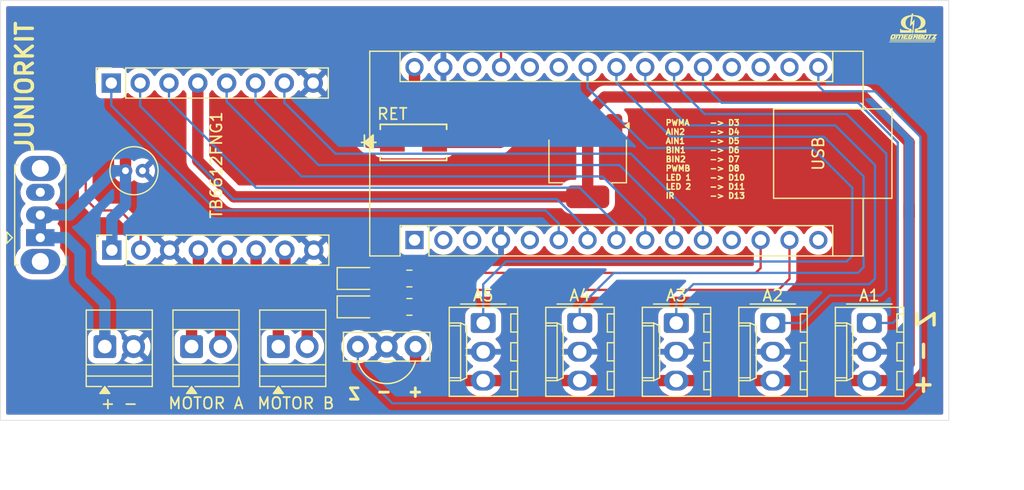
<source format=kicad_pcb>
(kicad_pcb (version 20241229) (generator "pcbnew") (generator_version "9.0")
  (layers (0 "F.Cu" signal) (2 "B.Cu" signal) (13 "F.Paste" user) (15 "B.Paste" user) (5 "F.SilkS" user "F.Silkscreen") (7 "B.SilkS" user "B.Silkscreen") (1 "F.Mask" user) (3 "B.Mask" user) (25 "Edge.Cuts" user))
  (net 0 "")
  (net 1 "/S_A1")
  (net 2 "GND")
  (net 3 "/S_A2")
  (net 4 "/S_A3")
  (net 5 "/S_A4")
  (net 6 "/S_A5")
  (net 9 "/LED1")
  (net 18 "/LED2")
  (net 21 "/IR_SIGNAL")
  (net 22 "/B_GND")
  (net 23 "/A_GND")
  (net 24 "/BATT_VCC")
  (net 25 "/B_VCC")
  (net 26 "/A_VCC")
  (net 27 "/VCC")
  (net 28 "/BIN2")
  (net 29 "/AIN1")
  (net 30 "/V_REG")
  (net 31 "/BIN1")
  (net 32 "/PWMA")
  (net 33 "/AIN2")
  (net 34 "/PWMB")
  (net 36 "Net-(D10-A)")
  (net 37 "Net-(D11-A)")
  (footprint "LED_SMD:LED_0805_2012Metric_Pad1.15x1.40mm_HandSolder" (layer "F.Cu") (at 139 79.5)
    (property "Reference" "D10" (hide yes))
    (property "Value" "LED" (hide yes))
  )
  (footprint "TerminalBlock:TerminalBlock_Xinya_XY308-2.54-2P_1x02_P2.54mm_Horizontal" (layer "F.Cu") (at 124.32 85.5)
    (property "Reference" "MOTOR A")
    (property "Value" "Screw_Terminal_01x02" (hide yes))
  )
  (footprint "Resistor_SMD:R_0805_2012Metric" (layer "F.Cu") (at 143.5 82)
    (property "Reference" "R2" (hide yes))
    (property "Value" "220R" (hide yes))
  )
  (footprint "Connector_Molex:Molex_KK-254_AE-6410-03A_1x03_P2.54mm_Vertical" (layer "F.Cu") (at 184 83.42 -90)
    (property "Reference" "A1")
    (property "Value" "Conn_01x03_Pin" (hide yes))
  )
  (footprint "TerminalBlock:TerminalBlock_Xinya_XY308-2.54-2P_1x02_P2.54mm_Horizontal" (layer "F.Cu") (at 131.96 85.5)
    (property "Reference" "MOTOR B")
    (property "Value" "Screw_Terminal_01x02" (hide yes))
  )
  (footprint "Button_Switch_THT:SW_Slide_SPDT_Straight_CK_OS102011MS2Q" (layer "F.Cu") (at 111 75.9 90)
    (property "Reference" "SW1" (hide yes))
    (property "Value" "SW_CK_OS102011MS2Q" (hide yes))
  )
  (footprint "Connector_Molex:Molex_KK-254_AE-6410-03A_1x03_P2.54mm_Vertical" (layer "F.Cu") (at 175.5 83.42 -90)
    (property "Reference" "A2")
    (property "Value" "Conn_01x03_Pin" (hide yes))
  )
  (footprint "Module:Arduino_Nano" (layer "F.Cu") (at 143.95 76.11 90)
    (property "Reference" "ARDUINO1" (hide yes))
    (property "Value" "Arduino_Nano_v3.x" (hide yes))
  )
  (footprint "Resistor_SMD:R_0805_2012Metric" (layer "F.Cu") (at 143.5 79.5)
    (property "Reference" "R1" (hide yes))
    (property "Value" "220R" (hide yes))
  )
  (footprint "TSOP1838:TSOP1838" (layer "F.Cu") (at 141.5 85.50841)
    (property "Reference" "U1" (hide yes))
    (property "Value" "TSOP1838" (hide yes))
  )
  (footprint "My_TB6612FNG:Socket_TB6612FNG" (layer "F.Cu") (at 117.3 77 90)
    (property "Reference" "TB6612FNG1")
    (property "Value" "~" (hide yes))
  )
  (footprint "Connector_Molex:Molex_KK-254_AE-6410-03A_1x03_P2.54mm_Vertical" (layer "F.Cu") (at 158.5 83.42 -90)
    (property "Reference" "A4")
    (property "Value" "Conn_01x03_Pin" (hide yes))
  )
  (footprint "TerminalBlock:TerminalBlock_Xinya_XY308-2.54-2P_1x02_P2.54mm_Horizontal" (layer "F.Cu") (at 116.68 85.5)
    (property "Reference" "+ -")
    (property "Value" "Screw_Terminal_01x02" (hide yes))
  )
  (footprint "US1M:SMA_DIO" (layer "F.Cu") (at 143.8572 67.5)
    (property "Reference" "RET")
    (property "Value" "US1M-13-F" (hide yes))
  )
  (footprint "Connector_Molex:Molex_KK-254_AE-6410-03A_1x03_P2.54mm_Vertical" (layer "F.Cu") (at 150 83.42 -90)
    (property "Reference" "A5")
    (property "Value" "Conn_01x03_Pin" (hide yes))
  )
  (footprint "Capacitor_THT:C_Radial_D4.0mm_H5.0mm_P1.50mm" (layer "F.Cu") (at 118.5 70)
    (property "Reference" "C1" (hide yes))
    (property "Value" "C_US" (hide yes))
  )
  (footprint "LED_SMD:LED_0805_2012Metric_Pad1.15x1.40mm_HandSolder" (layer "F.Cu") (at 139 82)
    (property "Reference" "D11" (hide yes))
    (property "Value" "LED" (hide yes))
  )
  (footprint "Connector_Molex:Molex_KK-254_AE-6410-03A_1x03_P2.54mm_Vertical" (layer "F.Cu") (at 167 83.42 -90)
    (property "Reference" "A3")
    (property "Value" "Conn_01x03_Pin" (hide yes))
  )
  (footprint "Package_TO_SOT_SMD:SOT-223-3_TabPin2" (layer "F.Cu") (at 159.2 69.15 -90)
    (property "Reference" "REG" (hide yes))
    (property "Value" "AMS1117-5.0" (hide yes))
  )
  (gr_poly (pts (xy 185.984936 58.448692) (xy 186.034573 58.448658) (xy 186.171591 58.448748) (xy 186.319114 58.448775) (xy 186.574915 58.448884) (xy 186.944764 58.449043) (xy 187.544757 58.449285) (xy 188.127745 58.449556) (xy 188.164017 58.449567) (xy 188.344154 58.449617) (xy 189.839607 58.450283) (xy 189.813149 58.529658) (xy 185.791482 58.529658) (xy 185.801967 58.503615) (xy 185.806346 58.49307) (xy 185.810279 58.484018) (xy 185.813866 58.476341) (xy 185.817204 58.469918) (xy 185.820392 58.464633) (xy 185.823527 58.460366) (xy 185.825106 58.458577) (xy 185.826709 58.456998) (xy 185.828348 58.455614) (xy 185.830035 58.454411) (xy 185.831782 58.453373) (xy 185.833603 58.452486) (xy 185.837511 58.451105) (xy 185.841859 58.450148) (xy 185.846743 58.449497) (xy 185.858515 58.44864) (xy 185.895399 58.448655) (xy 185.937791 58.448575)) (fill yes) (layer "F.SilkS"))
  (gr_poly (pts (xy 188.700982 57.969064) (xy 188.706569 57.970213) (xy 188.711489 57.971358) (xy 188.715839 57.972555) (xy 188.719719 57.973862) (xy 188.723225 57.975337) (xy 188.724869 57.976155) (xy 188.726456 57.977036) (xy 188.727998 57.977987) (xy 188.729508 57.979016) (xy 188.732479 57.981335) (xy 188.735467 57.98405) (xy 188.73857 57.987218) (xy 188.741886 57.990897) (xy 188.745511 57.995142) (xy 188.754082 58.005565) (xy 188.756962 58.012938) (xy 188.759417 58.019763) (xy 188.761455 58.026118) (xy 188.763082 58.032081) (xy 188.764305 58.03773) (xy 188.765132 58.043142) (xy 188.76557 58.048396) (xy 188.765625 58.053569) (xy 188.765305 58.058738) (xy 188.764618 58.063982) (xy 188.763569 58.069378) (xy 188.762167 58.075004) (xy 188.760418 58.080938) (xy 188.758329 58.087257) (xy 188.755908 58.09404) (xy 188.753162 58.101364) (xy 188.74231 58.131646) (xy 188.737662 58.140796) (xy 188.733909 58.14793) (xy 188.732238 58.150919) (xy 188.730635 58.153619) (xy 188.729049 58.1561) (xy 188.727427 58.158434) (xy 188.725718 58.160692) (xy 188.72387 58.162946) (xy 188.721831 58.165267) (xy 188.71955 58.167727) (xy 188.714052 58.173347) (xy 188.706963 58.180377) (xy 188.702978 58.183664) (xy 188.699496 58.186597) (xy 188.696492 58.189257) (xy 188.69516 58.190509) (xy 188.693938 58.191725) (xy 188.692822 58.192912) (xy 188.691808 58.194083) (xy 188.690893 58.195246) (xy 188.690074 58.196413) (xy 188.689348 58.197593) (xy 188.688711 58.198796) (xy 188.68816 58.200034) (xy 188.687691 58.201315) (xy 188.687301 58.202651) (xy 188.686987 58.204051) (xy 188.686745 58.205526) (xy 188.686573 58.207085) (xy 188.686466 58.20874) (xy 188.686422 58.2105) (xy 188.686436 58.212375) (xy 188.686506 58.214377) (xy 188.6868 58.218797) (xy 188.687277 58.223842) (xy 188.68867 58.236136) (xy 188.688521 58.245499) (xy 188.688072 58.254344) (xy 188.687321 58.262731) (xy 188.686266 58.27072) (xy 188.684904 58.278373) (xy 188.683233 58.28575) (xy 188.68125 58.292911) (xy 188.678953 58.299918) (xy 188.676339 58.30683) (xy 188.673407 58.31371) (xy 188.670153 58.320616) (xy 188.666576 58.32761) (xy 188.662673 58.334753) (xy 188.658441 58.342105) (xy 188.648982 58.357679) (xy 188.641002 58.365012) (xy 188.633248 58.371493) (xy 188.625663 58.377173) (xy 188.618188 58.382103) (xy 188.610764 58.386334) (xy 188.603332 58.389916) (xy 188.595833 58.3929) (xy 188.588209 58.395337) (xy 188.580401 58.397278) (xy 188.57235 58.398774) (xy 188.563998 58.399875) (xy 188.555285 58.400633) (xy 188.546154 58.401097) (xy 188.536544 58.40132) (xy 188.515657 58.401242) (xy 188.469148 58.400854) (xy 188.420779 58.399847) (xy 188.37179 58.399304) (xy 188.311946 58.398466) (xy 188.252107 58.397366) (xy 188.238878 58.370908) (xy 188.244819 58.354158) (xy 188.247157 58.347894) (xy 188.249474 58.342061) (xy 188.252072 58.335926) (xy 188.255252 58.328756) (xy 188.264561 58.308379) (xy 188.277804 58.278304) (xy 188.424086 58.278304) (xy 188.543149 58.278304) (xy 188.556378 58.225387) (xy 188.437316 58.225387) (xy 188.424086 58.278304) (xy 188.277804 58.278304) (xy 188.28133 58.270294) (xy 188.299194 58.230758) (xy 188.317297 58.191332) (xy 188.323872 58.175958) (xy 188.329821 58.161359) (xy 188.335115 58.147418) (xy 188.339726 58.134023) (xy 188.343626 58.121058) (xy 188.344002 58.119554) (xy 188.490232 58.119554) (xy 188.609295 58.119554) (xy 188.622524 58.079866) (xy 188.503461 58.079866) (xy 188.490232 58.119554) (xy 188.344002 58.119554) (xy 188.346786 58.108408) (xy 188.349178 58.09596) (xy 188.350774 58.083597) (xy 188.351546 58.071205) (xy 188.351464 58.058671) (xy 188.350502 58.045878) (xy 188.34863 58.032713) (xy 188.34582 58.019061) (xy 188.342045 58.004806) (xy 188.337275 57.989835) (xy 188.331482 57.974033) (xy 188.415167 57.971902) (xy 188.498865 57.970399) (xy 188.527335 57.969811) (xy 188.5558 57.969043) (xy 188.576266 57.968515) (xy 188.596729 57.968116) (xy 188.637665 57.967573) (xy 188.68742 57.966524)) (fill yes) (layer "F.SilkS"))
  (gr_poly (pts (xy 187.855232 56.2807) (xy 187.893163 56.279304) (xy 187.953941 56.278764) (xy 188.014839 56.280271) (xy 188.075704 56.283924) (xy 188.136382 56.289822) (xy 188.196722 56.298064) (xy 188.256571 56.308749) (xy 188.315776 56.321975) (xy 188.374186 56.337843) (xy 188.431647 56.356451) (xy 188.488007 56.377898) (xy 188.543113 56.402283) (xy 188.596813 56.429705) (xy 188.648955 56.460262) (xy 188.699385 56.494055) (xy 188.747952 56.531182) (xy 188.794503 56.571741) (xy 188.814489 56.593741) (xy 188.832917 56.615766) (xy 188.849822 56.637883) (xy 188.865237 56.660159) (xy 188.879195 56.682661) (xy 188.891731 56.705456) (xy 188.902878 56.728611) (xy 188.91267 56.752192) (xy 188.921141 56.776268) (xy 188.928324 56.800904) (xy 188.934254 56.826168) (xy 188.938964 56.852126) (xy 188.942488 56.878846) (xy 188.944859 56.906395) (xy 188.946112 56.934839) (xy 188.94628 56.964246) (xy 188.944579 56.991315) (xy 188.941726 57.017643) (xy 188.93772 57.043262) (xy 188.932563 57.068202) (xy 188.926252 57.092493) (xy 188.918788 57.116167) (xy 188.91017 57.139253) (xy 188.900399 57.161783) (xy 188.889474 57.183787) (xy 188.877394 57.205295) (xy 188.864159 57.226338) (xy 188.84977 57.246947) (xy 188.834225 57.267152) (xy 188.817524 57.286983) (xy 188.799667 57.306472) (xy 188.780654 57.325649) (xy 188.753961 57.347944) (xy 188.725869 57.369876) (xy 188.696495 57.391286) (xy 188.665959 57.412017) (xy 188.634379 57.431913) (xy 188.601874 57.450817) (xy 188.568564 57.46857) (xy 188.534566 57.485017) (xy 188.5 57.5) (xy 188.464984 57.513362) (xy 188.429638 57.524946) (xy 188.39408 57.534595) (xy 188.358429 57.542152) (xy 188.322804 57.54746) (xy 188.287324 57.550361) (xy 188.252107 57.550699) (xy 188.252107 57.616845) (xy 188.470925 57.612647) (xy 188.545209 57.611264) (xy 188.652599 57.609094) (xy 188.685606 57.608631) (xy 188.714355 57.607746) (xy 188.743221 57.606385) (xy 188.77211 57.604349) (xy 188.800926 57.601442) (xy 188.829575 57.597466) (xy 188.843807 57.595016) (xy 188.857961 57.592225) (xy 188.872026 57.589068) (xy 188.885989 57.585521) (xy 188.89984 57.581559) (xy 188.913565 57.577158) (xy 188.921238 57.566361) (xy 188.924355 57.561864) (xy 188.927044 57.557837) (xy 188.929343 57.554185) (xy 188.931292 57.550811) (xy 188.932928 57.547617) (xy 188.934292 57.544507) (xy 188.935422 57.541383) (xy 188.936356 57.53815) (xy 188.937133 57.53471) (xy 188.937792 57.530966) (xy 188.938372 57.526821) (xy 188.938912 57.522178) (xy 188.940024 57.511012) (xy 189.019399 57.511012) (xy 189.019399 57.841741) (xy 188.000753 57.841741) (xy 187.998323 57.834171) (xy 187.996217 57.827005) (xy 187.994419 57.820183) (xy 187.992912 57.813645) (xy 187.99168 57.807331) (xy 187.990706 57.80118) (xy 187.989974 57.795133) (xy 187.989467 57.78913) (xy 187.989169 57.783109) (xy 187.989064 57.777012) (xy 187.989135 57.770777) (xy 187.989365 57.764345) (xy 187.990239 57.750649) (xy 187.991555 57.735443) (xy 187.99512 57.696401) (xy 187.999099 57.655706) (xy 188.002768 57.614856) (xy 188.008459 57.556406) (xy 188.010693 57.537467) (xy 188.012902 57.523349) (xy 188.014086 57.517622) (xy 188.015372 57.512526) (xy 188.016794 57.507873) (xy 188.018389 57.503471) (xy 188.02224 57.494655) (xy 188.027211 57.484554) (xy 188.048428 57.481328) (xy 188.069705 57.478502) (xy 188.091025 57.476015) (xy 188.112374 57.473805) (xy 188.137665 57.470041) (xy 188.161898 57.465636) (xy 188.18514 57.46053) (xy 188.20746 57.454665) (xy 188.228927 57.447979) (xy 188.249608 57.440415) (xy 188.269571 57.431912) (xy 188.288885 57.42241) (xy 188.307619 57.411851) (xy 188.32584 57.400175) (xy 188.343616 57.387322) (xy 188.361016 57.373233) (xy 188.378109 57.357849) (xy 188.394961 57.341108) (xy 188.411643 57.322954) (xy 188.428221 57.303325) (xy 188.445559 57.278081) (xy 188.461075 57.252203) (xy 188.474834 57.225731) (xy 188.486903 57.198708) (xy 188.497347 57.171175) (xy 188.506232 57.143174) (xy 188.513624 57.114748) (xy 188.519588 57.085938) (xy 188.524191 57.056786) (xy 188.527499 57.027333) (xy 188.529576 56.997623) (xy 188.53049 56.967695) (xy 188.530306 56.937594) (xy 188.529089 56.907359) (xy 188.526906 56.877034) (xy 188.523822 56.84666) (xy 188.51759 56.817928) (xy 188.510286 56.790504) (xy 188.501899 56.764315) (xy 188.492415 56.739288) (xy 188.481821 56.715349) (xy 188.470106 56.692424) (xy 188.457257 56.67044) (xy 188.44326 56.649323) (xy 188.428104 56.629001) (xy 188.411776 56.609399) (xy 188.394263 56.590444) (xy 188.375553 56.572063) (xy 188.355632 56.554182) (xy 188.33449 56.536728) (xy 188.312112 56.519626) (xy 188.288487 56.502805) (xy 188.261963 56.4864) (xy 188.235152 56.471459) (xy 188.208054 56.457907) (xy 188.180666 56.445667) (xy 188.152986 56.434662) (xy 188.125013 56.424817) (xy 188.096746 56.416055) (xy 188.068181 56.408298) (xy 188.039318 56.401472) (xy 188.010155 56.395499) (xy 187.98069 56.390303) (xy 187.950921 56.385808) (xy 187.890466 56.378613) (xy 187.828774 56.373304) (xy 187.827072 56.398073) (xy 187.823447 56.438649) (xy 187.819049 56.479043) (xy 187.813971 56.519293) (xy 187.808307 56.559438) (xy 187.795591 56.639568) (xy 187.781645 56.719743) (xy 187.772266 56.773202) (xy 187.749399 56.90247) (xy 187.765771 56.886099) (xy 187.974295 56.677575) (xy 187.977671 56.684977) (xy 187.980415 56.692356) (xy 187.982579 56.69972) (xy 187.98421 56.70708) (xy 187.985361 56.714442) (xy 187.98608 56.721816) (xy 187.986417 56.72921) (xy 187.986423 56.736633) (xy 187.986147 56.744095) (xy 187.985639 56.751603) (xy 187.984128 56.766793) (xy 187.980525 56.798116) (xy 187.977794 56.827453) (xy 187.968559 56.923658) (xy 187.962273 56.99028) (xy 187.945505 57.16579) (xy 187.928484 57.344821) (xy 187.89492 57.69622) (xy 187.947836 57.682991) (xy 187.896573 57.773115) (xy 187.881949 57.798876) (xy 187.865978 57.826575) (xy 187.849705 57.853965) (xy 187.8414 57.867549) (xy 187.832953 57.881063) (xy 187.824342 57.894508) (xy 187.815545 57.907887) (xy 187.789086 57.907887) (xy 187.769243 57.786344) (xy 187.763506 57.751695) (xy 187.757236 57.711369) (xy 187.754486 57.691366) (xy 187.752153 57.671384) (xy 187.750358 57.651359) (xy 187.74922 57.631227) (xy 187.748861 57.610924) (xy 187.74901 57.600689) (xy 187.749399 57.590387) (xy 187.789086 57.630075) (xy 187.79106 57.628008) (xy 187.792878 57.625915) (xy 187.794547 57.623797) (xy 187.796073 57.621651) (xy 187.797463 57.61948) (xy 187.798723 57.617284) (xy 187.79986 57.615061) (xy 187.800879 57.612813) (xy 187.801786 57.610539) (xy 187.802589 57.608241) (xy 187.803906 57.603568) (xy 187.804879 57.598797) (xy 187.805559 57.593927) (xy 187.805996 57.58896) (xy 187.806241 57.583898) (xy 187.806357 57.57349) (xy 187.806309 57.562714) (xy 187.80635 57.55719) (xy 187.806501 57.551578) (xy 187.808184 57.51013) (xy 187.809757 57.465537) (xy 187.811459 57.420504) (xy 187.814151 57.327371) (xy 187.815684 57.234269) (xy 187.816127 57.141157) (xy 187.815545 57.047991) (xy 187.79511 57.068636) (xy 187.703924 57.160439) (xy 187.671755 57.192944) (xy 187.641137 57.223691) (xy 187.612795 57.252242) (xy 187.605459 57.259057) (xy 187.602441 57.261814) (xy 187.599785 57.264178) (xy 187.597442 57.266179) (xy 187.595358 57.267847) (xy 187.593483 57.269213) (xy 187.591764 57.270306) (xy 187.590149 57.271158) (xy 187.588587 57.271798) (xy 187.587026 57.272257) (xy 187.585414 57.272564) (xy 187.583699 57.272751) (xy 187.58183 57.272847) (xy 187.57742 57.272887) (xy 187.581298 57.204903) (xy 187.586748 57.137094) (xy 187.593506 57.069427) (xy 187.601312 57.001873) (xy 187.61902 56.866974) (xy 187.637778 56.732145) (xy 187.650981 56.635252) (xy 187.683253 56.399762) (xy 187.645745 56.411776) (xy 187.608271 56.423895) (xy 187.566093 56.43747) (xy 187.537446 56.448662) (xy 187.510127 56.460796) (xy 187.48408 56.473884) (xy 187.459247 56.487938) (xy 187.435574 56.502971) (xy 187.413004 56.518995) (xy 187.391481 56.536022) (xy 187.370949 56.554064) (xy 187.351352 56.573135) (xy 187.332633 56.593245) (xy 187.314737 56.614407) (xy 187.297607 56.636635) (xy 187.281188 56.659938) (xy 187.265423 56.684331) (xy 187.250257 56.709826) (xy 187.235632 56.736434) (xy 187.225714 56.760578) (xy 187.217238 56.786196) (xy 187.210165 56.813082) (xy 187.204456 56.841031) (xy 187.200074 56.869836) (xy 187.19698 56.899293) (xy 187.195137 56.929195) (xy 187.194505 56.959336) (xy 187.195047 56.989512) (xy 187.196725 57.019516) (xy 187.1995 57.049143) (xy 187.203335 57.078186) (xy 187.20819 57.106441) (xy 187.214028 57.133702) (xy 187.220811 57.159762) (xy 187.228501 57.184417) (xy 187.24004 57.20851) (xy 187.252289 57.231514) (xy 187.26527 57.25346) (xy 187.279002 57.274375) (xy 187.29351 57.294289) (xy 187.308814 57.313231) (xy 187.324936 57.33123) (xy 187.341898 57.348316) (xy 187.359722 57.364518) (xy 187.378429 57.379864) (xy 187.398042 57.394384) (xy 187.418581 57.408107) (xy 187.44007 57.421063) (xy 187.462529 57.43328) (xy 187.485981 57.444788) (xy 187.510447 57.455615) (xy 187.520247 57.458839) (xy 187.530052 57.461767) (xy 187.539866 57.464416) (xy 187.549693 57.466806) (xy 187.559537 57.468953) (xy 187.569401 57.470877) (xy 187.589204 57.474124) (xy 187.609133 57.476692) (xy 187.629218 57.478725) (xy 187.649487 57.480367) (xy 187.669972 57.481763) (xy 187.678748 57.48271) (xy 187.68235 57.483144) (xy 187.685505 57.483583) (xy 187.688271 57.484051) (xy 187.690708 57.48457) (xy 187.692872 57.485165) (xy 187.694822 57.485859) (xy 187.696617 57.486675) (xy 187.698314 57.487636) (xy 187.699972 57.488767) (xy 187.701649 57.490091) (xy 187.703403 57.491631) (xy 187.705293 57.493411) (xy 187.709711 57.497783) (xy 187.71182 57.511831) (xy 187.713676 57.525917) (xy 187.71532 57.540031) (xy 187.716791 57.554162) (xy 187.720279 57.589121) (xy 187.723767 57.62594) (xy 187.72741 57.661985) (xy 187.729488 57.684624) (xy 187.731278 57.70706) (xy 187.732785 57.72937) (xy 187.734012 57.751632) (xy 187.73496 57.773922) (xy 187.735634 57.796319) (xy 187.736036 57.818899) (xy 187.73617 57.841741) (xy 186.704295 57.841741) (xy 186.704295 57.511012) (xy 186.78367 57.511012) (xy 186.808474 57.542431) (xy 186.812006 57.546667) (xy 186.815553 57.550671) (xy 186.819119 57.55445) (xy 186.822705 57.558015) (xy 186.826314 57.561371) (xy 186.829949 57.564529) (xy 186.833613 57.567495) (xy 186.837309 57.570279) (xy 186.841038 57.572888) (xy 186.844805 57.575331) (xy 186.852459 57.57975) (xy 186.860292 57.583602) (xy 186.868327 57.586954) (xy 186.876584 57.58987) (xy 186.885085 57.592417) (xy 186.893852 57.594659) (xy 186.902905 57.596664) (xy 186.912268 57.598496) (xy 186.92196 57.600222) (xy 186.94242 57.603616) (xy 186.958539 57.604941) (xy 186.974647 57.606027) (xy 186.990749 57.606901) (xy 187.006853 57.607591) (xy 187.039088 57.608538) (xy 187.071404 57.609094) (xy 187.107432 57.60987) (xy 187.220232 57.611885) (xy 187.297178 57.613435) (xy 187.484816 57.616845) (xy 187.471586 57.550699) (xy 187.422804 57.548219) (xy 187.384214 57.542708) (xy 187.34575 57.534969) (xy 187.307518 57.525095) (xy 187.269625 57.513182) (xy 187.232175 57.499325) (xy 187.195275 57.483617) (xy 187.15903 57.466154) (xy 187.123547 57.44703) (xy 187.088931 57.426339) (xy 187.055287 57.404178) (xy 187.022723 57.380639) (xy 186.991343 57.355817) (xy 186.961254 57.329809) (xy 186.932561 57.302707) (xy 186.905371 57.274606) (xy 186.879788 57.245602) (xy 186.865528 57.22631) (xy 186.854812 57.211403) (xy 186.850625 57.205258) (xy 186.847134 57.199806) (xy 186.844275 57.194912) (xy 186.841987 57.190443) (xy 186.840204 57.186263) (xy 186.838865 57.182239) (xy 186.837905 57.178235) (xy 186.837261 57.174118) (xy 186.836871 57.169753) (xy 186.836671 57.165005) (xy 186.836586 57.153825) (xy 186.810128 57.140595) (xy 186.80187 57.115293) (xy 186.794747 57.089431) (xy 186.788777 57.063095) (xy 186.783975 57.036372) (xy 186.780357 57.00935) (xy 186.77794 56.982116) (xy 186.77674 56.954757) (xy 186.776773 56.92736) (xy 186.778054 56.900012) (xy 186.780601 56.8728) (xy 186.78443 56.845811) (xy 186.789556 56.819133) (xy 186.795995 56.792851) (xy 186.803764 56.767054) (xy 186.81288 56.741829) (xy 186.823357 56.717262) (xy 186.8336 56.699157) (xy 186.844338 56.681551) (xy 186.855559 56.664436) (xy 186.867249 56.647803) (xy 186.879393 56.631643) (xy 186.891979 56.615949) (xy 186.918421 56.585923) (xy 186.946464 56.557657) (xy 186.975999 56.531083) (xy 187.006918 56.506134) (xy 187.03911 56.482741) (xy 187.072466 56.460838) (xy 187.106877 56.440357) (xy 187.142233 56.421229) (xy 187.178426 56.403388) (xy 187.215346 56.386767) (xy 187.252883 56.371296) (xy 187.290928 56.356909) (xy 187.329373 56.343538) (xy 187.3753 56.330895) (xy 187.422137 56.31911) (xy 187.469661 56.308437) (xy 187.517646 56.299132) (xy 187.565868 56.291451) (xy 187.614102 56.285648) (xy 187.638154 56.283531) (xy 187.662125 56.281979) (xy 187.685987 56.281025) (xy 187.709711 56.2807) (xy 187.708885 56.236051) (xy 187.709183 56.22017) (xy 187.709569 56.207913) (xy 187.709846 56.202871) (xy 187.710207 56.198408) (xy 187.710672 56.194415) (xy 187.711262 56.190783) (xy 187.711997 56.187402) (xy 187.712898 56.184165) (xy 187.713985 56.180961) (xy 187.71528 56.177683) (xy 187.716802 56.17422) (xy 187.718572 56.170464) (xy 187.722941 56.161637) (xy 187.743642 56.155686) (xy 187.763366 56.150428) (xy 187.78248 56.145896) (xy 187.801349 56.142119) (xy 187.810806 56.140524) (xy 187.820339 56.139129) (xy 187.829994 56.137938) (xy 187.839816 56.136955) (xy 187.84985 56.136183) (xy 187.860144 56.135628) (xy 187.870742 56.135292) (xy 187.881691 56.135179)) (fill yes) (layer "F.SilkS"))
  (gr_poly (pts (xy 188.993767 57.969072) (xy 189.034101 57.969124) (xy 189.066794 57.969575) (xy 189.091914 57.970282) (xy 189.102163 57.970846) (xy 189.111151 57.971613) (xy 189.11909 57.972627) (xy 189.126191 57.973935) (xy 189.132665 57.975583) (xy 189.138722 57.977617) (xy 189.144575 57.980082) (xy 189.150434 57.983025) (xy 189.15651 57.986491) (xy 189.163014 57.990527) (xy 189.178149 58.000491) (xy 189.204607 57.974033) (xy 189.227458 57.972303) (xy 189.236043 57.971785) (xy 189.244086 57.971457) (xy 189.252601 57.97129) (xy 189.262601 57.971253) (xy 189.291114 57.971449) (xy 189.343307 57.971707) (xy 189.398084 57.972379) (xy 189.453171 57.972741) (xy 189.588253 57.974033) (xy 189.581328 58.018475) (xy 189.578719 58.033099) (xy 189.576264 58.044313) (xy 189.574998 58.049028) (xy 189.573654 58.053356) (xy 189.572194 58.057452) (xy 189.57058 58.061469) (xy 189.56673 58.069893) (xy 189.561795 58.079866) (xy 189.429503 58.079866) (xy 189.424416 58.109099) (xy 189.421365 58.122091) (xy 189.418039 58.134687) (xy 189.41443 58.146983) (xy 189.410529 58.159081) (xy 189.406328 58.171078) (xy 189.401817 58.183073) (xy 189.396987 58.195166) (xy 189.391831 58.207455) (xy 189.377491 58.241174) (xy 189.36253 58.275823) (xy 189.347415 58.311247) (xy 189.31044 58.397366) (xy 189.178149 58.397366) (xy 189.190022 58.356234) (xy 189.202942 58.315764) (xy 189.216815 58.27583) (xy 189.231548 58.236308) (xy 189.247047 58.197075) (xy 189.26322 58.158007) (xy 189.297211 58.079866) (xy 189.16492 58.079866) (xy 189.150037 58.13609) (xy 189.129408 58.204426) (xy 189.112907 58.256444) (xy 189.105678 58.277292) (xy 189.098848 58.295208) (xy 189.092207 58.310576) (xy 189.085545 58.323779) (xy 189.07865 58.335199) (xy 189.071311 58.345218) (xy 189.063319 58.35422) (xy 189.054461 58.362588) (xy 189.044528 58.370703) (xy 189.033309 58.37895) (xy 189.006169 58.397366) (xy 188.988038 58.399198) (xy 188.969885 58.400455) (xy 188.951713 58.401237) (xy 188.933523 58.401643) (xy 188.897104 58.401727) (xy 188.860649 58.4015) (xy 188.820134 58.402146) (xy 188.781274 58.402172) (xy 188.74572 58.402292) (xy 188.735575 58.400632) (xy 188.731377 58.399895) (xy 188.727655 58.399177) (xy 188.724328 58.398445) (xy 188.721316 58.397667) (xy 188.718539 58.396811) (xy 188.715916 58.395845) (xy 188.713367 58.394736) (xy 188.710812 58.393452) (xy 188.708169 58.391961) (xy 188.70536 58.390231) (xy 188.702302 58.388229) (xy 188.698917 58.385923) (xy 188.69084 58.380271) (xy 188.688131 58.376282) (xy 188.685767 58.372718) (xy 188.683733 58.369475) (xy 188.682836 58.367941) (xy 188.682015 58.366448) (xy 188.681269 58.364982) (xy 188.680596 58.363531) (xy 188.679994 58.362082) (xy 188.679462 58.360622) (xy 188.678997 58.359137) (xy 188.678597 58.357615) (xy 188.67826 58.356042) (xy 188.677986 58.354405) (xy 188.67777 58.352691) (xy 188.677613 58.350888) (xy 188.677511 58.348982) (xy 188.677464 58.34696) (xy 188.677468 58.344809) (xy 188.677523 58.342516) (xy 188.677774 58.337452) (xy 188.678203 58.331662) (xy 188.678794 58.325042) (xy 188.680401 58.308896) (xy 188.686931 58.285698) (xy 188.689254 58.278304) (xy 188.83419 58.278304) (xy 188.953253 58.278304) (xy 188.969871 58.243616) (xy 188.986326 58.208851) (xy 189.004929 58.169783) (xy 189.010759 58.156944) (xy 189.013106 58.151552) (xy 189.015101 58.14667) (xy 189.016767 58.142165) (xy 189.018125 58.137906) (xy 189.019195 58.133761) (xy 189.019999 58.129599) (xy 189.020559 58.125288) (xy 189.020894 58.120695) (xy 189.021027 58.11569) (xy 189.020979 58.110141) (xy 189.020771 58.103916) (xy 189.020425 58.096883) (xy 189.019399 58.079866) (xy 188.913565 58.079866) (xy 188.900887 58.104147) (xy 188.888986 58.128258) (xy 188.877867 58.152359) (xy 188.867536 58.17661) (xy 188.857997 58.201171) (xy 188.849257 58.2262) (xy 188.841319 58.251858) (xy 188.83419 58.278304) (xy 188.689254 58.278304) (xy 188.694131 58.262779) (xy 188.701914 58.240094) (xy 188.710194 58.2176) (xy 188.718885 58.195252) (xy 188.727898 58.173007) (xy 188.746547 58.128649) (xy 188.758245 58.100837) (xy 188.768399 58.079082) (xy 188.773477 58.069134) (xy 188.778577 58.059781) (xy 188.783715 58.051008) (xy 188.788906 58.042795) (xy 188.794167 58.035126) (xy 188.799511 58.027984) (xy 188.804956 58.02135) (xy 188.810516 58.015208) (xy 188.816208 58.009539) (xy 188.822047 58.004328) (xy 188.828049 57.999555) (xy 188.834229 57.995203) (xy 188.840602 57.991256) (xy 188.847186 57.987695) (xy 188.853994 57.984504) (xy 188.861043 57.981665) (xy 188.868349 57.979159) (xy 188.875927 57.976971) (xy 188.883792 57.975082) (xy 188.891961 57.973475) (xy 188.900448 57.972132) (xy 188.909271 57.971037) (xy 188.927981 57.969517) (xy 188.948217 57.968776) (xy 188.970104 57.968674)) (fill yes) (layer "F.SilkS"))
  (gr_poly (pts (xy 186.156938 57.969072) (xy 186.195179 57.969124) (xy 186.226104 57.969574) (xy 186.249897 57.97028) (xy 186.259626 57.970844) (xy 186.268182 57.971611) (xy 186.275767 57.972625) (xy 186.282584 57.973933) (xy 186.288838 57.975581) (xy 186.29473 57.977614) (xy 186.300464 57.98008) (xy 186.306244 57.983023) (xy 186.312272 57.98649) (xy 186.318751 57.990526) (xy 186.333878 58.000491) (xy 186.335565 58.015725) (xy 186.336384 58.030561) (xy 186.336386 58.045044) (xy 186.33562 58.059219) (xy 186.334139 58.073128) (xy 186.331992 58.086817) (xy 186.329231 58.100329) (xy 186.325906 58.113708) (xy 186.322068 58.126999) (xy 186.317767 58.140245) (xy 186.313055 58.153491) (xy 186.307982 58.16678) (xy 186.296956 58.193665) (xy 186.285096 58.221253) (xy 186.271479 58.254972) (xy 186.255698 58.291942) (xy 186.249074 58.307017) (xy 186.24308 58.320097) (xy 186.237556 58.331391) (xy 186.232342 58.341106) (xy 186.227277 58.349453) (xy 186.222199 58.356638) (xy 186.21695 58.362872) (xy 186.211368 58.368362) (xy 186.205292 58.373316) (xy 186.198563 58.377945) (xy 186.19102 58.382455) (xy 186.182502 58.387057) (xy 186.161899 58.397366) (xy 186.143358 58.399541) (xy 186.124885 58.401122) (xy 186.106453 58.402185) (xy 186.088032 58.402803) (xy 186.069595 58.403051) (xy 186.051113 58.403005) (xy 186.013898 58.402327) (xy 185.973409 58.402275) (xy 185.940728 58.401824) (xy 185.9158 58.401116) (xy 185.905771 58.400551) (xy 185.897114 58.399784) (xy 185.88964 58.39877) (xy 185.883158 58.397462) (xy 185.877482 58.395814) (xy 185.872421 58.393781) (xy 185.867787 58.391315) (xy 185.86339 58.388373) (xy 185.859042 58.384907) (xy 185.854553 58.380871) (xy 185.844399 58.370908) (xy 185.84401 58.355396) (xy 185.844342 58.340014) (xy 185.845352 58.324758) (xy 185.846996 58.309622) (xy 185.849233 58.294599) (xy 185.852018 58.279685) (xy 185.852325 58.278304) (xy 185.98992 58.278304) (xy 186.108982 58.278304) (xy 186.125172 58.247332) (xy 186.141228 58.216292) (xy 186.159367 58.18141) (xy 186.164748 58.168738) (xy 186.16951 58.156297) (xy 186.173709 58.143968) (xy 186.177407 58.131634) (xy 186.180661 58.119175) (xy 186.183532 58.106473) (xy 186.186077 58.09341) (xy 186.188357 58.079866) (xy 186.069295 58.079866) (xy 185.98992 58.278304) (xy 185.852325 58.278304) (xy 185.855309 58.264873) (xy 185.859063 58.250158) (xy 185.863238 58.235535) (xy 185.86779 58.220998) (xy 185.877854 58.192159) (xy 185.888913 58.163595) (xy 185.900623 58.135263) (xy 185.912147 58.10573) (xy 185.917024 58.094356) (xy 185.921987 58.083606) (xy 185.927046 58.073465) (xy 185.932208 58.063914) (xy 185.937485 58.054939) (xy 185.942884 58.046521) (xy 185.948416 58.038646) (xy 185.95409 58.031295) (xy 185.959915 58.024452) (xy 185.9659 58.0181) (xy 185.972054 58.012224) (xy 185.978387 58.006806) (xy 185.984909 58.00183) (xy 185.991628 57.997279) (xy 185.998554 57.993136) (xy 186.005695 57.989385) (xy 186.013063 57.986009) (xy 186.020664 57.982991) (xy 186.02851 57.980315) (xy 186.036609 57.977965) (xy 186.044971 57.975923) (xy 186.053604 57.974173) (xy 186.062519 57.972699) (xy 186.071724 57.971483) (xy 186.091043 57.969761) (xy 186.111635 57.968873) (xy 186.133576 57.968688)) (fill yes) (layer "F.SilkS"))
  (gr_poly (pts (xy 188.265233 57.971049) (xy 188.275433 57.972407) (xy 188.27966 57.973107) (xy 188.283434 57.973862) (xy 188.286848 57.974707) (xy 188.289999 57.975673) (xy 188.292981 57.976793) (xy 188.29589 57.978099) (xy 188.298821 57.979624) (xy 188.30187 57.981399) (xy 188.305132 57.983458) (xy 188.308702 57.985833) (xy 188.317148 57.991661) (xy 188.32051 57.997156) (xy 188.323365 58.002501) (xy 188.325742 58.007726) (xy 188.32767 58.012859) (xy 188.329179 58.017928) (xy 188.330297 58.022962) (xy 188.331053 58.027988) (xy 188.331476 58.033036) (xy 188.331596 58.038134) (xy 188.331441 58.04331) (xy 188.331041 58.048592) (xy 188.330424 58.05401) (xy 188.32962 58.059591) (xy 188.328657 58.065364) (xy 188.326373 58.077599) (xy 188.319431 58.100706) (xy 188.311817 58.123558) (xy 188.303638 58.146196) (xy 188.294995 58.168662) (xy 188.285995 58.190997) (xy 188.276742 58.213243) (xy 188.257895 58.257633) (xy 188.240868 58.298432) (xy 188.19919 58.397366) (xy 188.066899 58.397366) (xy 188.069823 58.378094) (xy 188.073179 58.359379) (xy 188.077042 58.341098) (xy 188.081486 58.323125) (xy 188.086588 58.305338) (xy 188.092421 58.287611) (xy 188.099063 58.269822) (xy 188.106586 58.251845) (xy 188.000753 58.238616) (xy 187.993002 58.266625) (xy 187.982563 58.303108) (xy 187.972331 58.339385) (xy 187.968561 58.349842) (xy 187.966934 58.354174) (xy 187.965405 58.358023) (xy 187.963919 58.361472) (xy 187.962421 58.364607) (xy 187.960855 58.367513) (xy 187.959166 58.370275) (xy 187.9573 58.372977) (xy 187.9552 58.375705) (xy 187.952812 58.378543) (xy 187.950079 58.381577) (xy 187.946948 58.384892) (xy 187.943363 58.388571) (xy 187.934607 58.397366) (xy 187.917548 58.398845) (xy 187.911251 58.39927) (xy 187.905488 58.399511) (xy 187.89954 58.399587) (xy 187.892691 58.399517) (xy 187.873422 58.39902) (xy 187.840659 58.398296) (xy 187.815545 58.397366) (xy 187.81671 58.389478) (xy 187.818017 58.38173) (xy 187.819463 58.374108) (xy 187.821049 58.366598) (xy 187.824639 58.35186) (xy 187.82878 58.337406) (xy 187.833471 58.323124) (xy 187.838705 58.308906) (xy 187.844479 58.29464) (xy 187.850788 58.280216) (xy 187.8635 58.251923) (xy 187.876747 58.22323) (xy 187.883473 58.208931) (xy 187.890269 58.194665) (xy 187.896262 58.180349) (xy 187.901454 58.166367) (xy 187.905876 58.152663) (xy 187.909562 58.139181) (xy 187.910994 58.132783) (xy 188.05367 58.132783) (xy 188.172732 58.132783) (xy 188.185961 58.079866) (xy 188.066899 58.079866) (xy 188.05367 58.132783) (xy 187.910994 58.132783) (xy 187.912543 58.125863) (xy 187.914853 58.112654) (xy 187.916523 58.099495) (xy 187.917587 58.086332) (xy 187.918076 58.073106) (xy 187.918024 58.059762) (xy 187.917462 58.046243) (xy 187.916423 58.032492) (xy 187.91494 58.018452) (xy 187.913045 58.004066) (xy 187.908149 57.974033) (xy 187.989012 57.972754) (xy 188.06988 57.971853) (xy 188.097385 57.9715) (xy 188.12489 57.971039) (xy 188.164442 57.970491) (xy 188.203996 57.970157) (xy 188.252072 57.969527)) (fill yes) (layer "F.SilkS"))
  (gr_poly (pts (xy 187.467168 57.995944) (xy 187.463525 58.012894) (xy 187.461849 58.019896) (xy 187.460192 58.026123) (xy 187.458496 58.03173) (xy 187.456704 58.036871) (xy 187.454756 58.041703) (xy 187.452595 58.04638) (xy 187.450163 58.051057) (xy 187.447402 58.055888) (xy 187.440658 58.066637) (xy 187.431899 58.079866) (xy 187.417385 58.080862) (xy 187.403075 58.08166) (xy 187.388902 58.08226) (xy 187.374802 58.082664) (xy 187.360707 58.082873) (xy 187.346552 58.08289) (xy 187.332271 58.082713) (xy 187.317797 58.082347) (xy 187.285655 58.081804) (xy 187.246326 58.080944) (xy 187.207003 58.079866) (xy 187.193774 58.132783) (xy 187.365753 58.132783) (xy 187.339295 58.225387) (xy 187.154086 58.225387) (xy 187.140857 58.278304) (xy 187.326066 58.278304) (xy 187.343532 58.307837) (xy 187.356658 58.330393) (xy 187.366063 58.347369) (xy 187.369564 58.3542) (xy 187.372368 58.360159) (xy 187.374551 58.36542) (xy 187.376192 58.370158) (xy 187.377367 58.374548) (xy 187.378155 58.378763) (xy 187.378634 58.382977) (xy 187.378879 58.387367) (xy 187.378982 58.397366) (xy 186.955649 58.397366) (xy 186.966025 58.363325) (xy 186.976603 58.329879) (xy 186.987498 58.296913) (xy 186.998826 58.264317) (xy 187.010701 58.231977) (xy 187.023239 58.19978) (xy 187.036553 58.167614) (xy 187.050759 58.135367) (xy 187.057904 58.119309) (xy 187.060761 58.112619) (xy 187.063167 58.106628) (xy 187.065139 58.101194) (xy 187.066698 58.09617) (xy 187.067863 58.091413) (xy 187.068651 58.086778) (xy 187.069082 58.082121) (xy 187.069176 58.077298) (xy 187.068951 58.072163) (xy 187.068426 58.066573) (xy 187.067619 58.060383) (xy 187.066551 58.053448) (xy 187.063704 58.036768) (xy 187.048253 58.01372) (xy 187.048253 57.974033) (xy 187.471586 57.974033)) (fill yes) (layer "F.SilkS"))
  (gr_poly (pts (xy 189.977285 57.989401) (xy 189.969828 58.003218) (xy 189.966155 58.00966) (xy 189.962469 58.015852) (xy 189.958734 58.02184) (xy 189.954915 58.027669) (xy 189.950975 58.033387) (xy 189.946878 58.039039) (xy 189.942588 58.04467) (xy 189.938068 58.050327) (xy 189.933282 58.056055) (xy 189.928194 58.061901) (xy 189.922768 58.067911) (xy 189.916967 58.07413) (xy 189.892446 58.100201) (xy 189.866892 58.126995) (xy 189.841493 58.153944) (xy 189.814839 58.182012) (xy 189.788032 58.209894) (xy 189.761026 58.237583) (xy 189.733774 58.265075) (xy 189.892524 58.278304) (xy 189.89008 58.295876) (xy 189.887497 58.311822) (xy 189.886062 58.319319) (xy 189.884484 58.32657) (xy 189.882726 58.333629) (xy 189.880752 58.34055) (xy 189.878526 58.347386) (xy 189.876011 58.35419) (xy 189.873172 58.361017) (xy 189.869971 58.36792) (xy 189.866374 58.374953) (xy 189.862343 58.382169) (xy 189.857842 58.389622) (xy 189.852836 58.397366) (xy 189.839722 58.398852) (xy 189.829257 58.399961) (xy 189.820394 58.400738) (xy 189.812084 58.40123) (xy 189.803282 58.40148) (xy 189.792938 58.401535) (xy 189.763436 58.401242) (xy 189.736855 58.401072) (xy 189.694799 58.400565) (xy 189.652745 58.399847) (xy 189.595746 58.399304) (xy 189.525852 58.398477) (xy 189.455961 58.397366) (xy 189.460494 58.387967) (xy 189.465191 58.37899) (xy 189.470056 58.370394) (xy 189.475095 58.362139) (xy 189.480314 58.354184) (xy 189.485717 58.34649) (xy 189.491309 58.339015) (xy 189.497097 58.331721) (xy 189.503084 58.324566) (xy 189.509277 58.317509) (xy 189.515681 58.310512) (xy 189.522301 58.303533) (xy 189.53621 58.28947) (xy 189.551046 58.274996) (xy 189.573243 58.253066) (xy 189.595104 58.230947) (xy 189.616653 58.208618) (xy 189.637913 58.186059) (xy 189.658909 58.163248) (xy 189.679663 58.140164) (xy 189.700201 58.116787) (xy 189.720545 58.093095) (xy 189.575024 58.079866) (xy 189.601482 57.974033) (xy 189.985128 57.974033)) (fill yes) (layer "F.SilkS"))
  (gr_poly (pts (xy 186.976406 57.971932) (xy 186.980379 57.972484) (xy 186.983986 57.973091) (xy 186.987328 57.973796) (xy 186.990502 57.974644) (xy 186.99361 57.975677) (xy 186.996751 57.976938) (xy 187.000024 57.978473) (xy 187.003529 57.980323) (xy 187.007367 57.982532) (xy 187.011636 57.985145) (xy 187.016437 57.988203) (xy 187.021869 57.991752) (xy 187.035024 58.000491) (xy 187.033725 58.018827) (xy 187.031933 58.03668) (xy 187.02966 58.054102) (xy 187.026917 58.071148) (xy 187.023714 58.08787) (xy 187.020065 58.104324) (xy 187.015979 58.120563) (xy 187.011468 58.136641) (xy 187.006543 58.15261) (xy 187.001217 58.168526) (xy 186.989401 58.200412) (xy 186.976111 58.232727) (xy 186.961437 58.265901) (xy 186.944409 58.304426) (xy 186.923661 58.350936) (xy 186.902732 58.397366) (xy 186.770441 58.397366) (xy 186.782314 58.356234) (xy 186.795234 58.315764) (xy 186.809107 58.27583) (xy 186.823839 58.236308) (xy 186.839339 58.197075) (xy 186.855511 58.158007) (xy 186.889503 58.079866) (xy 186.770441 58.079866) (xy 186.755558 58.126995) (xy 186.743838 58.161283) (xy 186.731563 58.195361) (xy 186.718826 58.229265) (xy 186.705716 58.263028) (xy 186.678745 58.330271) (xy 186.651378 58.397366) (xy 186.519086 58.397366) (xy 186.520847 58.383796) (xy 186.522971 58.370442) (xy 186.525439 58.357283) (xy 186.528228 58.344295) (xy 186.531321 58.331459) (xy 186.534694 58.318751) (xy 186.542206 58.293635) (xy 186.5506 58.268773) (xy 186.559713 58.24399) (xy 186.579445 58.193968) (xy 186.592648 58.160636) (xy 186.62492 58.079866) (xy 186.519086 58.093095) (xy 186.508367 58.119602) (xy 186.460382 58.237789) (xy 186.44351 58.279518) (xy 186.427361 58.31918) (xy 186.412455 58.355919) (xy 186.408326 58.365259) (xy 186.405062 58.372439) (xy 186.40366 58.375371) (xy 186.402361 58.377945) (xy 186.401129 58.380223) (xy 186.399924 58.382263) (xy 186.39871 58.384128) (xy 186.39745 58.385879) (xy 186.396104 58.387575) (xy 186.394637 58.389277) (xy 186.391186 58.392944) (xy 186.386795 58.397366) (xy 186.370059 58.397937) (xy 186.353315 58.398243) (xy 186.336568 58.398317) (xy 186.319822 58.398193) (xy 186.282977 58.397831) (xy 186.254503 58.397366) (xy 186.268251 58.354794) (xy 186.275354 58.333743) (xy 186.282685 58.312819) (xy 186.290301 58.291998) (xy 186.298259 58.271259) (xy 186.306616 58.250579) (xy 186.31543 58.229935) (xy 186.326663 58.204125) (xy 186.332275 58.191458) (xy 186.337979 58.178831) (xy 186.343777 58.166247) (xy 186.349672 58.153708) (xy 186.354893 58.140908) (xy 186.359212 58.128725) (xy 186.362667 58.117073) (xy 186.365299 58.105863) (xy 186.367147 58.095008) (xy 186.368251 58.084421) (xy 186.368651 58.074014) (xy 186.368387 58.0637) (xy 186.367497 58.053392) (xy 186.366022 58.043001) (xy 186.364002 58.032441) (xy 186.361476 58.021623) (xy 186.358484 58.010461) (xy 186.355065 57.998867) (xy 186.347107 57.974033) (xy 186.510818 57.973206) (xy 186.557947 57.97287) (xy 186.602906 57.972741) (xy 186.644473 57.972531) (xy 186.655537 57.973053) (xy 186.664175 57.973606) (xy 186.667802 57.973949) (xy 186.671086 57.974364) (xy 186.674114 57.974873) (xy 186.676973 57.975499) (xy 186.679752 57.976262) (xy 186.682537 57.977183) (xy 186.685416 57.978286) (xy 186.688477 57.97959) (xy 186.691808 57.981119) (xy 186.695496 57.982892) (xy 186.704295 57.987262) (xy 186.730753 57.974033) (xy 186.747164 57.973022) (xy 186.763585 57.972319) (xy 186.780013 57.97187) (xy 186.796448 57.971622) (xy 186.862218 57.971552) (xy 186.899089 57.971062) (xy 186.934513 57.970984) (xy 186.966963 57.970819)) (fill yes) (layer "F.SilkS"))
  (gr_poly (pts (xy 189.760232 58.675179) (xy 185.738566 58.675179) (xy 185.765024 58.609033) (xy 189.78669 58.609033)) (fill yes) (layer "F.SilkS"))
  (gr_poly (pts (xy 187.63137 57.970157) (xy 187.677879 57.970545) (xy 187.726248 57.971552) (xy 187.775237 57.972095) (xy 187.835081 57.972933) (xy 187.89492 57.974033) (xy 187.880347 58.026846) (xy 187.875386 58.043563) (xy 187.871355 58.055475) (xy 187.869543 58.060016) (xy 187.86779 58.063821) (xy 187.866036 58.067044) (xy 187.864224 58.069841) (xy 187.862296 58.072367) (xy 187.860193 58.074776) (xy 187.855232 58.079866) (xy 187.848579 58.080602) (xy 187.841919 58.081267) (xy 187.828578 58.082405) (xy 187.815219 58.08332) (xy 187.80185 58.084052) (xy 187.769423 58.085732) (xy 187.735343 58.087308) (xy 187.701107 58.089039) (xy 187.617107 58.093095) (xy 187.603103 58.126892) (xy 187.584861 58.170817) (xy 187.566723 58.214535) (xy 187.559828 58.230636) (xy 187.552736 58.246654) (xy 187.54539 58.262554) (xy 187.541603 58.27045) (xy 187.537732 58.278304) (xy 187.589822 58.273343) (xy 187.619123 58.270552) (xy 187.643566 58.265075) (xy 187.656795 58.238616) (xy 187.617107 58.225387) (xy 187.619836 58.209605) (xy 187.621253 58.20235) (xy 187.622744 58.195444) (xy 187.624337 58.188833) (xy 187.626061 58.182459) (xy 187.627945 58.176268) (xy 187.630016 58.170203) (xy 187.632305 58.164209) (xy 187.634838 58.158231) (xy 187.637646 58.152211) (xy 187.640756 58.146096) (xy 187.644197 58.139828) (xy 187.647998 58.133352) (xy 187.652188 58.126612) (xy 187.656795 58.119554) (xy 187.68251 58.117335) (xy 187.692069 58.116698) (xy 187.7009 58.116337) (xy 187.71011 58.116223) (xy 187.720802 58.116327) (xy 187.751052 58.117073) (xy 187.802419 58.118158) (xy 187.842003 58.119554) (xy 187.838925 58.140023) (xy 187.83531 58.159832) (xy 187.831098 58.179134) (xy 187.82623 58.19808) (xy 187.820647 58.216821) (xy 187.814288 58.235511) (xy 187.807095 58.254301) (xy 187.799008 58.273343) (xy 187.783092 58.31024) (xy 187.778411 58.31794) (xy 187.773855 58.325154) (xy 187.769377 58.33192) (xy 187.764929 58.33828) (xy 187.760463 58.344272) (xy 187.755931 58.349937) (xy 187.751286 58.355314) (xy 187.74648 58.360444) (xy 187.741464 58.365367) (xy 187.736192 58.370121) (xy 187.730614 58.374748) (xy 187.724684 58.379288) (xy 187.718354 58.383779) (xy 187.711575 58.388263) (xy 187.704301 58.392778) (xy 187.696482 58.397366) (xy 187.679812 58.399724) (xy 187.663212 58.40145) (xy 187.646653 58.402628) (xy 187.630102 58.403338) (xy 187.613529 58.403664) (xy 187.596903 58.403687) (xy 187.563364 58.403154) (xy 187.527371 58.403438) (xy 187.498739 58.403113) (xy 187.476689 58.402557) (xy 187.467656 58.402098) (xy 187.459697 58.401465) (xy 187.452621 58.400621) (xy 187.446238 58.399527) (xy 187.440356 58.398144) (xy 187.434786 58.396435) (xy 187.429336 58.394361) (xy 187.423817 58.391882) (xy 187.418036 58.388962) (xy 187.411804 58.38556) (xy 187.397224 58.377161) (xy 187.378982 58.357679) (xy 187.380553 58.342724) (xy 187.382518 58.328061) (xy 187.384861 58.313659) (xy 187.387567 58.299486) (xy 187.390621 58.285512) (xy 187.394006 58.271706) (xy 187.397707 58.258037) (xy 187.401709 58.244475) (xy 187.410549 58.217545) (xy 187.420403 58.190669) (xy 187.431144 58.163599) (xy 187.442648 58.13609) (xy 187.456419 58.102035) (xy 187.470191 58.069324) (xy 187.482532 58.03983) (xy 187.486054 58.034082) (xy 187.489601 58.02865) (xy 187.493178 58.023526) (xy 187.496791 58.018699) (xy 187.500444 58.014163) (xy 187.504141 58.009909) (xy 187.507887 58.005928) (xy 187.511687 58.002211) (xy 187.515546 57.99875) (xy 187.519468 57.995536) (xy 187.523459 57.992561) (xy 187.527522 57.989817) (xy 187.531663 57.987294) (xy 187.535886 57.984985) (xy 187.540197 57.982881) (xy 187.544599 57.980972) (xy 187.549097 57.979251) (xy 187.553697 57.97771) (xy 187.558403 57.976339) (xy 187.56322 57.97513) (xy 187.568151 57.974075) (xy 187.573203 57.973164) (xy 187.583687 57.971744) (xy 187.594707 57.970802) (xy 187.606303 57.970269) (xy 187.618511 57.970077)) (fill yes) (layer "F.SilkS"))
  (gr_rect (start 107.5 55) (end 191 92) (stroke (width 0.05)) (fill no) (layer "Edge.Cuts"))
  (gr_text "JUNIORKIT\n" (at 110.5 68.5 90) (layer "F.SilkS") (effects (font (size 1.5 1.5) (thickness 0.3) (bold yes)) (justify left bottom)))
  (gr_text "PWMA	-> D3\nAIN2	-> D4\nAIN1	-> D5\nBIN1	-> D6\nBIN2	-> D7\nPWMB	-> D8\nLED 1	-> D10\nLED 2	-> D11\nIR		-> D13" (at 166 72.5 0) (layer "F.SilkS") (effects (font (size 0.5 0.5) (thickness 0.125) (bold yes)) (justify left bottom)))
  (gr_text "+ - Z" (at 188 90 270) (layer "F.SilkS") (effects (font (size 1.5 1.5) (thickness 0.3) (bold yes)) (justify left bottom mirror)))
  (gr_text "Z  -  +" (at 138 89 180) (layer "F.SilkS") (effects (font (size 1 1) (thickness 0.25) (bold yes)) (justify left bottom mirror)))
  (segment (start 184 83.42) (end 185.5 83.42) (width 0.2) (layer "B.Cu") (net 1))
  (segment (start 183 64) (end 171 64) (width 0.2) (layer "B.Cu") (net 1))
  (segment (start 186.08 83.42) (end 186.5 83) (width 0.2) (layer "B.Cu") (net 1))
  (segment (start 169.35 62.35) (end 169.35 60.87) (width 0.2) (layer "B.Cu") (net 1))
  (segment (start 186.5 67.5) (end 183 64) (width 0.2) (layer "B.Cu") (net 1))
  (segment (start 185.5 83.42) (end 186.08 83.42) (width 0.2) (layer "B.Cu") (net 1))
  (segment (start 185.5 83.42) (end 185.58 83.42) (width 0.2) (layer "B.Cu") (net 1))
  (segment (start 186.5 83) (end 186.5 67.5) (width 0.2) (layer "B.Cu") (net 1))
  (segment (start 171 64) (end 169.35 62.35) (width 0.2) (layer "B.Cu") (net 1))
  (segment (start 166.81 62.31) (end 166.81 60.87) (width 0.2) (layer "B.Cu") (net 3))
  (segment (start 185.5 80.5) (end 185.5 68.5) (width 0.2) (layer "B.Cu") (net 3))
  (segment (start 180.5 81) (end 185 81) (width 0.2) (layer "B.Cu") (net 3))
  (segment (start 175.5 83.42) (end 178.08 83.42) (width 0.2) (layer "B.Cu") (net 3))
  (segment (start 185 81) (end 185.5 80.5) (width 0.2) (layer "B.Cu") (net 3))
  (segment (start 182 65) (end 169.5 65) (width 0.2) (layer "B.Cu") (net 3))
  (segment (start 185.5 68.5) (end 182 65) (width 0.2) (layer "B.Cu") (net 3))
  (segment (start 178.08 83.42) (end 180.5 81) (width 0.2) (layer "B.Cu") (net 3))
  (segment (start 169.5 65) (end 166.81 62.31) (width 0.2) (layer "B.Cu") (net 3))
  (segment (start 184.5 79.5) (end 184.5 69.5) (width 0.2) (layer "B.Cu") (net 4))
  (segment (start 168 66) (end 164.27 62.27) (width 0.2) (layer "B.Cu") (net 4))
  (segment (start 167 83.42) (end 167 81.5) (width 0.2) (layer "B.Cu") (net 4))
  (segment (start 184 80) (end 184.5 79.5) (width 0.2) (layer "B.Cu") (net 4))
  (segment (start 181 66) (end 168 66) (width 0.2) (layer "B.Cu") (net 4))
  (segment (start 168.5 80) (end 184 80) (width 0.2) (layer "B.Cu") (net 4))
  (segment (start 164.27 62.27) (end 164.27 60.87) (width 0.2) (layer "B.Cu") (net 4))
  (segment (start 184.5 69.5) (end 181 66) (width 0.2) (layer "B.Cu") (net 4))
  (segment (start 167 81.5) (end 168.5 80) (width 0.2) (layer "B.Cu") (net 4))
  (segment (start 166.5 67) (end 161.73 62.23) (width 0.2) (layer "B.Cu") (net 5))
  (segment (start 158.5 83.42) (end 158.5 82) (width 0.2) (layer "B.Cu") (net 5))
  (segment (start 183.5 78.5) (end 183.5 70.5) (width 0.2) (layer "B.Cu") (net 5))
  (segment (start 180 67) (end 166.5 67) (width 0.2) (layer "B.Cu") (net 5))
  (segment (start 183.5 70.5) (end 180 67) (width 0.2) (layer "B.Cu") (net 5))
  (segment (start 161.73 62.23) (end 161.73 60.87) (width 0.2) (layer "B.Cu") (net 5))
  (segment (start 158.5 82) (end 161.5 79) (width 0.2) (layer "B.Cu") (net 5))
  (segment (start 161.5 79) (end 183 79) (width 0.2) (layer "B.Cu") (net 5))
  (segment (start 183 79) (end 183.5 78.5) (width 0.2) (layer "B.Cu") (net 5))
  (segment (start 150 83.42) (end 150 80) (width 0.2) (layer "B.Cu") (net 6))
  (segment (start 164.5 68) (end 159.19 62.69) (width 0.2) (layer "B.Cu") (net 6))
  (segment (start 159.19 62.69) (end 159.19 60.87) (width 0.2) (layer "B.Cu") (net 6))
  (segment (start 182.5 71.5) (end 179 68) (width 0.2) (layer "B.Cu") (net 6))
  (segment (start 150 80) (end 152 78) (width 0.2) (layer "B.Cu") (net 6))
  (segment (start 182 78) (end 182.5 77.5) (width 0.2) (layer "B.Cu") (net 6))
  (segment (start 179 68) (end 164.5 68) (width 0.2) (layer "B.Cu") (net 6))
  (segment (start 152 78) (end 182 78) (width 0.2) (layer "B.Cu") (net 6))
  (segment (start 182.5 77.5) (end 182.5 71.5) (width 0.2) (layer "B.Cu") (net 6))
  (segment (start 174 79) (end 146.5 79) (width 0.2) (layer "F.Cu") (net 9))
  (segment (start 174 79) (end 174.43 78.57) (width 0.2) (layer "F.Cu") (net 9))
  (segment (start 146.5 79) (end 146 79.5) (width 0.2) (layer "F.Cu") (net 9))
  (segment (start 146 79.5) (end 144.4125 79.5) (width 0.2) (layer "F.Cu") (net 9))
  (segment (start 174.43 78.57) (end 174.43 76.11) (width 0.2) (layer "F.Cu") (net 9))
  (segment (start 145.5 82) (end 147 80.5) (width 0.2) (layer "F.Cu") (net 18))
  (segment (start 147 80.5) (end 176 80.5) (width 0.2) (layer "F.Cu") (net 18))
  (segment (start 144.4125 82) (end 145.5 82) (width 0.2) (layer "F.Cu") (net 18))
  (segment (start 176 80.5) (end 176.97 79.53) (width 0.2) (layer "F.Cu") (net 18))
  (segment (start 176.97 79.53) (end 176.97 76.11) (width 0.2) (layer "F.Cu") (net 18))
  (segment (start 188.5 67) (end 184.5 63) (width 0.2) (layer "B.Cu") (net 21))
  (segment (start 184.5 63) (end 180 63) (width 0.2) (layer "B.Cu") (net 21))
  (segment (start 138.96 87.46) (end 142 90.5) (width 0.2) (layer "B.Cu") (net 21))
  (segment (start 187 90.5) (end 188.5 89) (width 0.2) (layer "B.Cu") (net 21))
  (segment (start 142 90.5) (end 187 90.5) (width 0.2) (layer "B.Cu") (net 21))
  (segment (start 179.51 62.51) (end 179.51 60.87) (width 0.2) (layer "B.Cu") (net 21))
  (segment (start 138.96 87.46) (end 138.96 85.50841) (width 0.2) (layer "B.Cu") (net 21))
  (segment (start 188.5 89) (end 188.5 67) (width 0.2) (layer "B.Cu") (net 21))
  (segment (start 180 63) (end 179.51 62.51) (width 0.2) (layer "B.Cu") (net 21))
  (segment (start 134.5 81.42) (end 132.54 79.46) (width 1) (layer "F.Cu") (net 22))
  (segment (start 134.5 85.5) (end 134.5 81.42) (width 1) (layer "F.Cu") (net 22))
  (segment (start 132.54 79.46) (end 132.54 77) (width 1) (layer "F.Cu") (net 22))
  (segment (start 127.46 80.46) (end 127.46 77) (width 1) (layer "F.Cu") (net 23))
  (segment (start 126.86 85.5) (end 126.86 81.06) (width 1) (layer "F.Cu") (net 23))
  (segment (start 126.86 81.06) (end 127.46 80.46) (width 1) (layer "F.Cu") (net 23))
  (segment (start 117.5 67.5) (end 116.5 67.5) (width 1) (layer "F.Cu") (net 24))
  (segment (start 151.5 67.5) (end 153 66) (width 1) (layer "F.Cu") (net 24))
  (segment (start 116.5 67.5) (end 114 65) (width 1) (layer "F.Cu") (net 24))
  (segment (start 145.5 64) (end 143.95 62.45) (width 1) (layer "F.Cu") (net 24))
  (segment (start 143.95 62.45) (end 143.95 60.87) (width 1) (layer "F.Cu") (net 24))
  (segment (start 118.5 68.5) (end 117.5 67.5) (width 1) (layer "F.Cu") (net 24))
  (segment (start 114 65) (end 114 61) (width 1) (layer "F.Cu") (net 24))
  (segment (start 139.9098 67.5) (end 142 67.5) (width 1) (layer "F.Cu") (net 24))
  (segment (start 118.5 70) (end 118.5 68.5) (width 1) (layer "F.Cu") (net 24))
  (segment (start 139 61.5) (end 139 66.5902) (width 1) (layer "F.Cu") (net 24))
  (segment (start 151 64) (end 145.5 64) (width 1) (layer "F.Cu") (net 24))
  (segment (start 145.7144 67.5) (end 151.5 67.5) (width 1) (layer "F.Cu") (net 24))
  (segment (start 139 66.5902) (end 139.9098 67.5) (width 1) (layer "F.Cu") (net 24))
  (segment (start 153 66) (end 151 64) (width 1) (layer "F.Cu") (net 24))
  (segment (start 116 59) (end 136.5 59) (width 1) (layer "F.Cu") (net 24))
  (segment (start 153 66) (end 156.9 66) (width 1) (layer "F.Cu") (net 24))
  (segment (start 114 61) (end 116 59) (width 1) (layer "F.Cu") (net 24))
  (segment (start 136.5 59) (end 139 61.5) (width 1) (layer "F.Cu") (net 24))
  (segment (start 117.3 74.2) (end 118.5 73) (width 1) (layer "B.Cu") (net 24))
  (segment (start 116.68 85.5) (end 116.68 81.68) (width 1) (layer "B.Cu") (net 24))
  (segment (start 113.25 75.9) (end 111 75.9) (width 1) (layer "B.Cu") (net 24))
  (segment (start 113.6 73.9) (end 117.5 70) (width 1) (layer "B.Cu") (net 24))
  (segment (start 117.3 77) (end 117.3 74.2) (width 1) (layer "B.Cu") (net 24))
  (segment (start 118.5 73) (end 118.5 70) (width 1) (layer "B.Cu") (net 24))
  (segment (start 114.5 79.5) (end 114.5 77.15) (width 1) (layer "B.Cu") (net 24))
  (segment (start 116.68 81.68) (end 114.5 79.5) (width 1) (layer "B.Cu") (net 24))
  (segment (start 111 75.9) (end 111 73.9) (width 1) (layer "B.Cu") (net 24))
  (segment (start 111 73.9) (end 113.6 73.9) (width 1) (layer "B.Cu") (net 24))
  (segment (start 117.5 70) (end 118.5 70) (width 1) (layer "B.Cu") (net 24))
  (segment (start 114.5 77.15) (end 113.25 75.9) (width 1) (layer "B.Cu") (net 24))
  (segment (start 131.96 85.5) (end 131.96 81.96) (width 1) (layer "F.Cu") (net 25))
  (segment (start 131.96 81.96) (end 130 80) (width 1) (layer "F.Cu") (net 25))
  (segment (start 130 80) (end 130 77) (width 1) (layer "F.Cu") (net 25))
  (segment (start 124.32 85.5) (end 124.32 80.68) (width 1) (layer "F.Cu") (net 26))
  (segment (start 124.92 80.08) (end 124.92 77) (width 1) (layer "F.Cu") (net 26))
  (segment (start 124.32 80.68) (end 124.92 80.08) (width 1) (layer "F.Cu") (net 26))
  (segment (start 150 57) (end 151.57 58.57) (width 0.2) (layer "F.Cu") (net 27))
  (segment (start 119.84 75.34) (end 118 73.5) (width 0.2) (layer "F.Cu") (net 27))
  (segment (start 115 72.5) (end 115 69) (width 0.2) (layer "F.Cu") (net 27))
  (segment (start 114 57) (end 150 57) (width 0.2) (layer "F.Cu") (net 27))
  (segment (start 151.57 58.57) (end 151.57 60.87) (width 0.2) (layer "F.Cu") (net 27))
  (segment (start 119.84 77) (end 119.84 75.34) (width 0.2) (layer "F.Cu") (net 27))
  (segment (start 116 73.5) (end 115 72.5) (width 0.2) (layer "F.Cu") (net 27))
  (segment (start 115 69) (end 112 66) (width 0.2) (layer "F.Cu") (net 27))
  (segment (start 112 66) (end 112 59) (width 0.2) (layer "F.Cu") (net 27))
  (segment (start 112 59) (end 114 57) (width 0.2) (layer "F.Cu") (net 27))
  (segment (start 118 73.5) (end 116 73.5) (width 0.2) (layer "F.Cu") (net 27))
  (segment (start 129.95 63.95) (end 135.5 69.5) (width 0.2) (layer "B.Cu") (net 28))
  (segment (start 129.95 63.95) (end 129.95 62.27) (width 0.2) (layer "B.Cu") (net 28))
  (segment (start 166.81 74.31) (end 166.81 76.11) (width 0.2) (layer "B.Cu") (net 28))
  (segment (start 135.5 69.5) (end 162 69.5) (width 0.2) (layer "B.Cu") (net 28))
  (segment (start 162 69.5) (end 166.81 74.31) (width 0.2) (layer "B.Cu") (net 28))
  (segment (start 130 71.5) (end 122.33 63.83) (width 0.2) (layer "B.Cu") (net 29))
  (segment (start 158.5 71.5) (end 130 71.5) (width 0.2) (layer "B.Cu") (net 29))
  (segment (start 161.73 76.11) (end 161.73 74.73) (width 0.2) (layer "B.Cu") (net 29))
  (segment (start 161.73 74.73) (end 158.5 71.5) (width 0.2) (layer "B.Cu") (net 29))
  (segment (start 122.33 63.83) (end 122.33 62.27) (width 0.2) (layer "B.Cu") (net 29))
  (segment (start 128.05 72.3) (end 124.87 69.12) (width 1) (layer "F.Cu") (net 30))
  (segment (start 187.5 74) (end 187.5 73) (width 1) (layer "F.Cu") (net 30))
  (segment (start 187.5 74) (end 187.5 87) (width 1) (layer "F.Cu") (net 30))
  (segment (start 183.5 63.5) (end 187.5 67.5) (width 1) (layer "F.Cu") (net 30))
  (segment (start 158.5 88.5) (end 150 88.5) (width 1) (layer "F.Cu") (net 30))
  (segment (start 159.2 65) (end 160.7 63.5) (width 1) (layer "F.Cu") (net 30))
  (segment (start 175.5 88.5) (end 167 88.5) (width 1) (layer "F.Cu") (net 30))
  (segment (start 184 88.5) (end 175.5 88.5) (width 1) (layer "F.Cu") (net 30))
  (segment (start 145.5 88.5) (end 144.04 87.04) (width 1) (layer "F.Cu") (net 30))
  (segment (start 186 88.5) (end 184 88.5) (width 1) (layer "F.Cu") (net 30))
  (segment (start 159.2 72.3) (end 159.2 66) (width 1) (layer "F.Cu") (net 30))
  (segment (start 124.87 69.12) (end 124.87 62.27) (width 1) (layer "F.Cu") (net 30))
  (segment (start 187.5 67.5) (end 187.5 74) (width 1) (layer "F.Cu") (net 30))
  (segment (start 187.5 87) (end 186 88.5) (width 1) (layer "F.Cu") (net 30))
  (segment (start 167 88.5) (end 158.5 88.5) (width 1) (layer "F.Cu") (net 30))
  (segment (start 160.7 63.5) (end 183.5 63.5) (width 1) (layer "F.Cu") (net 30))
  (segment (start 159.2 66) (end 159.2 65) (width 1) (layer "F.Cu") (net 30))
  (segment (start 150 88.5) (end 145.5 88.5) (width 1) (layer "F.Cu") (net 30))
  (segment (start 144.04 87.04) (end 144.04 85.50841) (width 1) (layer "F.Cu") (net 30))
  (segment (start 159.2 72.3) (end 128.05 72.3) (width 1) (layer "F.Cu") (net 30))
  (segment (start 134 70.5) (end 160.5 70.5) (width 0.2) (layer "B.Cu") (net 31))
  (segment (start 160.5 70.5) (end 164.27 74.27) (width 0.2) (layer "B.Cu") (net 31))
  (segment (start 164.27 74.27) (end 164.27 76.11) (width 0.2) (layer "B.Cu") (net 31))
  (segment (start 127.41 63.91) (end 127.41 62.27) (width 0.2) (layer "B.Cu") (net 31))
  (segment (start 127.41 63.91) (end 134 70.5) (width 0.2) (layer "B.Cu") (net 31))
  (segment (start 155.5 73.5) (end 156.65 74.65) (width 0.2) (layer "B.Cu") (net 32))
  (segment (start 126.5 73.5) (end 155.5 73.5) (width 0.2) (layer "B.Cu") (net 32))
  (segment (start 117.25 64.25) (end 126.5 73.5) (width 0.2) (layer "B.Cu") (net 32))
  (segment (start 117.25 64.25) (end 117.25 62.27) (width 0.2) (layer "B.Cu") (net 32))
  (segment (start 156.65 74.65) (end 156.65 76.11) (width 0.2) (layer "B.Cu") (net 32))
  (segment (start 128 72.5) (end 156.5 72.5) (width 0.2) (layer "B.Cu") (net 33))
  (segment (start 156.5 72.5) (end 159.19 75.19) (width 0.2) (layer "B.Cu") (net 33))
  (segment (start 159.19 75.19) (end 159.19 76.11) (width 0.2) (layer "B.Cu") (net 33))
  (segment (start 119.79 64.29) (end 128 72.5) (width 0.2) (layer "B.Cu") (net 33))
  (segment (start 119.79 64.29) (end 119.79 62.27) (width 0.2) (layer "B.Cu") (net 33))
  (segment (start 132.49 63.99) (end 137 68.5) (width 0.2) (layer "B.Cu") (net 34))
  (segment (start 132.49 63.99) (end 132.49 62.27) (width 0.2) (layer "B.Cu") (net 34))
  (segment (start 163 68.5) (end 169.35 74.85) (width 0.2) (layer "B.Cu") (net 34))
  (segment (start 137 68.5) (end 163 68.5) (width 0.2) (layer "B.Cu") (net 34))
  (segment (start 169.35 74.85) (end 169.35 76.11) (width 0.2) (layer "B.Cu") (net 34))
  (segment (start 142.5875 79.5) (end 140.025 79.5) (width 0.2) (layer "F.Cu") (net 36))
  (segment (start 142.5875 82) (end 140.025 82) (width 0.2) (layer "F.Cu") (net 37))
  (zone (net 2) (net_name "GND") (layers "F.Cu" "B.Cu") (connect_pads (clearance 0.5)) (min_thickness 0.25) (fill yes (thermal_gap 0.5) (thermal_bridge_width 0.5))
    (polygon (pts (xy 191 55) (xy 107.5 55) (xy 107.5 92) (xy 191 92)))
  )
)
</source>
